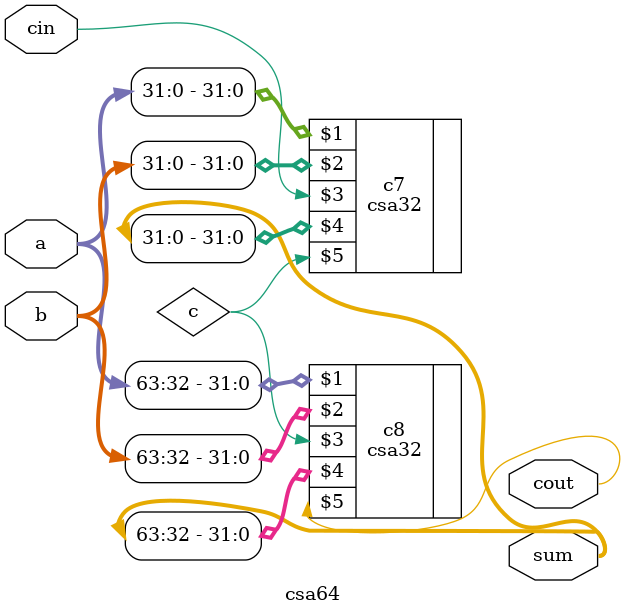
<source format=v>
`timescale 1ns / 1ps


module csa64(input [63:0]a,input [63:0]b,input cin,output [63:0]sum,output cout

    );
wire c;
csa32 c7(a[31:0],b[31:0],cin,sum[31:0],c);
csa32 c8(a[63:32],b[63:32],c,sum[63:32],cout);
endmodule

</source>
